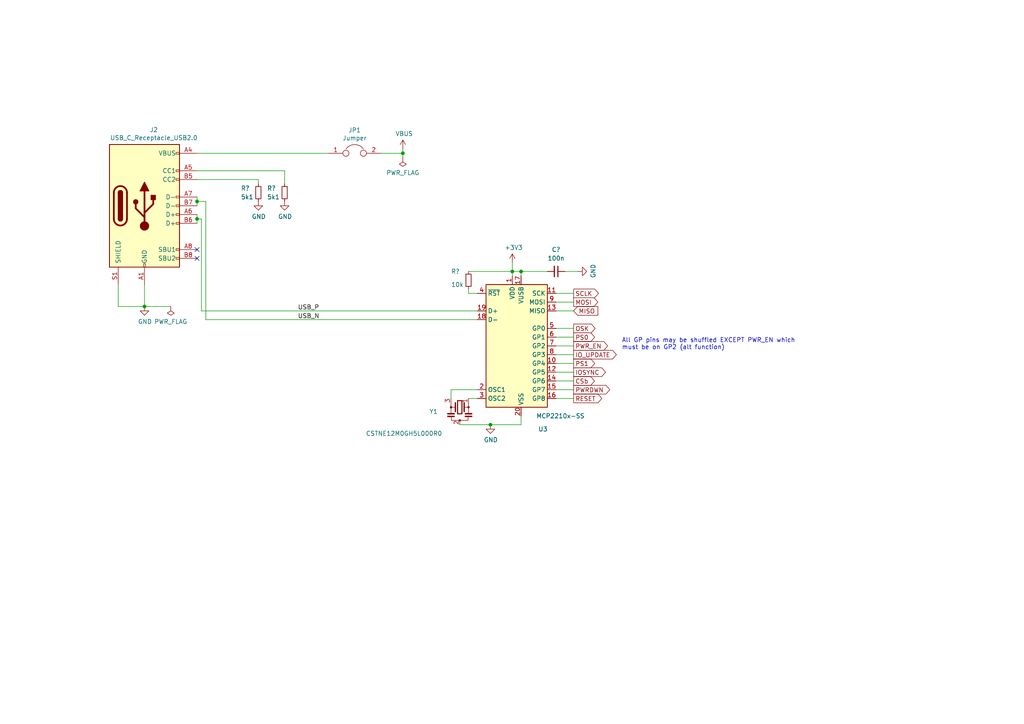
<source format=kicad_sch>
(kicad_sch (version 20230121) (generator eeschema)
  (paper "A4")
  (lib_symbols
    (symbol "Connector:USB_C_Receptacle_USB2.0" (pin_names (offset 1.016))
      (property "Reference" "J" (at -10.16 19.05 0))
      (property "Value" "USB_C_Receptacle_USB2.0" (at 19.05 19.05 0))
      (symbol "USB_C_Receptacle_USB2.0_0_0"
        (rectangle (start -0.254 -17.78) (end 0.254 -16.764))
        (rectangle (start 10.16 -14.986) (end 9.144 -15.494))
        (rectangle (start 10.16 -12.446) (end 9.144 -12.954))
        (rectangle (start 10.16 -4.826) (end 9.144 -5.334))
        (rectangle (start 10.16 -2.286) (end 9.144 -2.794))
        (rectangle (start 10.16 0.254) (end 9.144 -0.254))
        (rectangle (start 10.16 2.794) (end 9.144 2.286))
        (rectangle (start 10.16 7.874) (end 9.144 7.366))
        (rectangle (start 10.16 10.414) (end 9.144 9.906))
        (rectangle (start 10.16 15.494) (end 9.144 14.986))
      )
      (symbol "USB_C_Receptacle_USB2.0_0_1"
        (rectangle (start -10.16 17.78) (end 10.16 -17.78) (stroke (width 0.254)) (fill (type background)))
        (arc (start -8.89 -3.81) (mid -6.985 -5.7067) (end -5.08 -3.81) (stroke (width 0.508)))
        (arc (start -7.62 -3.81) (mid -6.985 -4.4423) (end -6.35 -3.81) (stroke (width 0.254)))
        (arc (start -7.62 -3.81) (mid -6.985 -4.4423) (end -6.35 -3.81) (stroke (width 0.254)) (fill (type outline)))
        (rectangle (start -7.62 -3.81) (end -6.35 3.81) (stroke (width 0.254)) (fill (type outline)))
        (arc (start -6.35 3.81) (mid -6.985 4.4423) (end -7.62 3.81) (stroke (width 0.254)))
        (arc (start -6.35 3.81) (mid -6.985 4.4423) (end -7.62 3.81) (stroke (width 0.254)) (fill (type outline)))
        (arc (start -5.08 3.81) (mid -6.985 5.7067) (end -8.89 3.81) (stroke (width 0.508)))
        (circle (center -2.54 1.143) (radius 0.635) (stroke (width 0.254)) (fill (type outline)))
        (circle (center 0 -5.842) (radius 1.27) (fill (type outline)))
        (polyline (pts (xy -8.89 -3.81) (xy -8.89 3.81)) (stroke (width 0.508)))
        (polyline (pts (xy -5.08 3.81) (xy -5.08 -3.81)) (stroke (width 0.508)))
        (polyline (pts (xy 0 -5.842) (xy 0 4.318)) (stroke (width 0.508)))
        (polyline (pts (xy 0 -3.302) (xy -2.54 -0.762) (xy -2.54 0.508)) (stroke (width 0.508)))
        (polyline (pts (xy 0 -2.032) (xy 2.54 0.508) (xy 2.54 1.778)) (stroke (width 0.508)))
        (polyline (pts (xy -1.27 4.318) (xy 0 6.858) (xy 1.27 4.318) (xy -1.27 4.318)) (stroke (width 0.254)) (fill (type outline)))
        (rectangle (start 1.905 1.778) (end 3.175 3.048) (stroke (width 0.254)) (fill (type outline)))
      )
      (symbol "USB_C_Receptacle_USB2.0_1_1"
        (pin passive line (at 0 -22.86 90) (length 5.08) (name "GND") (number "A1"))
        (pin passive line (at 0 -22.86 90) (length 5.08) hide (name "GND") (number "A12"))
        (pin passive line (at 15.24 15.24 180) (length 5.08) (name "VBUS") (number "A4"))
        (pin bidirectional line (at 15.24 10.16 180) (length 5.08) (name "CC1") (number "A5"))
        (pin bidirectional line (at 15.24 -2.54 180) (length 5.08) (name "D+") (number "A6"))
        (pin bidirectional line (at 15.24 2.54 180) (length 5.08) (name "D-") (number "A7"))
        (pin bidirectional line (at 15.24 -12.7 180) (length 5.08) (name "SBU1") (number "A8"))
        (pin passive line (at 15.24 15.24 180) (length 5.08) hide (name "VBUS") (number "A9"))
        (pin passive line (at 0 -22.86 90) (length 5.08) hide (name "GND") (number "B1"))
        (pin passive line (at 0 -22.86 90) (length 5.08) hide (name "GND") (number "B12"))
        (pin passive line (at 15.24 15.24 180) (length 5.08) hide (name "VBUS") (number "B4"))
        (pin bidirectional line (at 15.24 7.62 180) (length 5.08) (name "CC2") (number "B5"))
        (pin bidirectional line (at 15.24 -5.08 180) (length 5.08) (name "D+") (number "B6"))
        (pin bidirectional line (at 15.24 0 180) (length 5.08) (name "D-") (number "B7"))
        (pin bidirectional line (at 15.24 -15.24 180) (length 5.08) (name "SBU2") (number "B8"))
        (pin passive line (at 15.24 15.24 180) (length 5.08) hide (name "VBUS") (number "B9"))
        (pin passive line (at -7.62 -22.86 90) (length 5.08) (name "SHIELD") (number "S1"))
      )
    )
    (symbol "Device:C_Small" (pin_numbers hide) (pin_names (offset 0.254) hide)
      (property "Reference" "C" (at 0.254 1.778 0))
      (property "Value" "C_Small" (at 0.254 -2.032 0))
      (symbol "C_Small_0_1"
        (polyline (pts (xy -1.524 -0.508) (xy 1.524 -0.508)) (stroke (width 0.3302)))
        (polyline (pts (xy -1.524 0.508) (xy 1.524 0.508)) (stroke (width 0.3048)))
      )
      (symbol "C_Small_1_1"
        (pin passive line (at 0 2.54 270) (length 2.032) (name "~") (number "1"))
        (pin passive line (at 0 -2.54 90) (length 2.032) (name "~") (number "2"))
      )
    )
    (symbol "Device:R_Small" (pin_numbers hide) (pin_names (offset 0.254) hide)
      (property "Reference" "R" (at 0.762 0.508 0))
      (property "Value" "R_Small" (at 0.762 -1.016 0))
      (symbol "R_Small_0_1"
        (rectangle (start -0.762 1.778) (end 0.762 -1.778) (stroke (width 0.2032)))
      )
      (symbol "R_Small_1_1"
        (pin passive line (at 0 2.54 270) (length 0.762) (name "~") (number "1"))
        (pin passive line (at 0 -2.54 90) (length 0.762) (name "~") (number "2"))
      )
    )
    (symbol "Device:Resonator_Small" (pin_names (offset 1.016) hide)
      (property "Reference" "Y" (at 3.175 1.905 0))
      (property "Value" "Resonator_Small" (at 3.175 0 0))
      (symbol "Resonator_Small_0_1"
        (rectangle (start -3.556 -2.54) (end -1.524 -2.794) (fill (type outline)))
        (rectangle (start -3.556 -1.778) (end -1.524 -2.032) (fill (type outline)))
        (circle (center -2.54 0) (radius 0.254) (fill (type outline)))
        (rectangle (start -0.635 1.905) (end 0.635 -1.905) (stroke (width 0.3048)))
        (circle (center 0 -3.81) (radius 0.254) (fill (type outline)))
        (polyline (pts (xy -2.54 -1.778) (xy -2.54 0)))
        (polyline (pts (xy -2.54 0) (xy -1.397 0)))
        (polyline (pts (xy -2.54 1.27) (xy -2.54 0)))
        (polyline (pts (xy -1.27 -1.27) (xy -1.27 1.27)) (stroke (width 0.381)))
        (polyline (pts (xy 1.27 -1.27) (xy 1.27 1.27)) (stroke (width 0.381)))
        (polyline (pts (xy 1.27 0) (xy 2.54 0)))
        (polyline (pts (xy 2.54 0) (xy 2.54 -1.778)))
        (polyline (pts (xy 2.54 1.27) (xy 2.54 0)))
        (polyline (pts (xy 2.413 -2.794) (xy 2.413 -3.81) (xy -2.413 -3.81) (xy -2.413 -2.667)))
        (rectangle (start 1.524 -2.54) (end 3.556 -2.794) (fill (type outline)))
        (rectangle (start 1.524 -1.778) (end 3.556 -2.032) (fill (type outline)))
        (circle (center 2.54 0) (radius 0.254) (fill (type outline)))
      )
      (symbol "Resonator_Small_1_1"
        (pin passive line (at -2.54 2.54 270) (length 1.27) (name "1") (number "1"))
        (pin passive line (at 0 -5.08 90) (length 1.27) (name "2") (number "2"))
        (pin passive line (at 2.54 2.54 270) (length 1.27) (name "3") (number "3"))
      )
    )
    (symbol "Interface_USB:MCP2210x-SS"
      (property "Reference" "U" (at -10.16 19.05 0))
      (property "Value" "MCP2210x-SS" (at 10.16 19.05 0))
      (symbol "MCP2210x-SS_0_1"
        (rectangle (start -10.16 17.78) (end 7.62 -17.78) (stroke (width 0.254)) (fill (type background)))
      )
      (symbol "MCP2210x-SS_1_1"
        (pin power_in line (at -2.54 20.32 270) (length 2.54) (name "VDD") (number "1"))
        (pin bidirectional line (at 10.16 -5.08 180) (length 2.54) (name "GP4") (number "10"))
        (pin output line (at 10.16 15.24 180) (length 2.54) (name "SCK") (number "11"))
        (pin bidirectional line (at 10.16 -7.62 180) (length 2.54) (name "GP5") (number "12"))
        (pin input line (at 10.16 10.16 180) (length 2.54) (name "MISO") (number "13"))
        (pin bidirectional line (at 10.16 -10.16 180) (length 2.54) (name "GP6") (number "14"))
        (pin bidirectional line (at 10.16 -12.7 180) (length 2.54) (name "GP7") (number "15"))
        (pin bidirectional line (at 10.16 -15.24 180) (length 2.54) (name "GP8") (number "16"))
        (pin passive line (at 0 20.32 270) (length 2.54) (name "VUSB") (number "17"))
        (pin bidirectional line (at -12.7 7.62 0) (length 2.54) (name "D-") (number "18"))
        (pin bidirectional line (at -12.7 10.16 0) (length 2.54) (name "D+") (number "19"))
        (pin input line (at -12.7 -12.7 0) (length 2.54) (name "OSC1") (number "2"))
        (pin power_in line (at 0 -20.32 90) (length 2.54) (name "VSS") (number "20"))
        (pin output line (at -12.7 -15.24 0) (length 2.54) (name "OSC2") (number "3"))
        (pin input line (at -12.7 15.24 0) (length 2.54) (name "~{RST}") (number "4"))
        (pin bidirectional line (at 10.16 5.08 180) (length 2.54) (name "GP0") (number "5"))
        (pin bidirectional line (at 10.16 2.54 180) (length 2.54) (name "GP1") (number "6"))
        (pin bidirectional line (at 10.16 0 180) (length 2.54) (name "GP2") (number "7"))
        (pin bidirectional line (at 10.16 -2.54 180) (length 2.54) (name "GP3") (number "8"))
        (pin output line (at 10.16 12.7 180) (length 2.54) (name "MOSI") (number "9"))
      )
    )
    (symbol "power:+3V3" (power) (pin_names (offset 0))
      (property "Value" "+3V3" (at 0 3.556 0))
      (symbol "+3V3_0_1"
        (polyline (pts (xy -0.762 1.27) (xy 0 2.54)))
        (polyline (pts (xy 0 0) (xy 0 2.54)))
        (polyline (pts (xy 0 2.54) (xy 0.762 1.27)))
      )
      (symbol "+3V3_1_1"
        (pin power_in line (at 0 0 90) (length 0) hide (name "+3V3") (number "1"))
      )
    )
    (symbol "power:GND" (power) (pin_names (offset 0))
      (property "Value" "GND" (at 0 -3.81 0))
      (symbol "GND_0_1"
        (polyline (pts (xy 0 0) (xy 0 -1.27) (xy 1.27 -1.27) (xy 0 -2.54) (xy -1.27 -1.27) (xy 0 -1.27)))
      )
      (symbol "GND_1_1"
        (pin power_in line (at 0 0 270) (length 0) hide (name "GND") (number "1"))
      )
    )
    (symbol "power:PWR_FLAG" (power) (pin_numbers hide) (pin_names (offset 0) hide)
      (property "Value" "PWR_FLAG" (at 0 3.81 0))
      (symbol "PWR_FLAG_0_0"
        (pin power_out line (at 0 0 90) (length 0) (name "pwr") (number "1"))
      )
      (symbol "PWR_FLAG_0_1"
        (polyline (pts (xy 0 0) (xy 0 1.27) (xy -1.016 1.905) (xy 0 2.54) (xy 1.016 1.905) (xy 0 1.27)))
      )
    )
    (symbol "power:VBUS" (power) (pin_names (offset 0))
      (property "Value" "VBUS" (at 0 3.81 0))
      (symbol "VBUS_0_1"
        (polyline (pts (xy -0.762 1.27) (xy 0 2.54)))
        (polyline (pts (xy 0 0) (xy 0 2.54)))
        (polyline (pts (xy 0 2.54) (xy 0.762 1.27)))
      )
      (symbol "VBUS_1_1"
        (pin power_in line (at 0 0 90) (length 0) hide (name "VBUS") (number "1"))
      )
    )
    (symbol "siggen-rescue:Jumper-Device" (pin_names (offset 0.762) hide)
      (property "Reference" "JP" (at 0 3.81 0))
      (property "Value" "Device_Jumper" (at 0 -2.032 0))
      (symbol "Jumper-Device_0_1"
        (circle (center -2.54 0) (radius 0.889))
        (arc (start 2.5146 1.27) (mid 0.0078 2.5097) (end -2.4892 1.27))
        (circle (center 2.54 0) (radius 0.889))
        (pin passive line (at -7.62 0 0) (length 4.191) (name "1") (number "1"))
        (pin passive line (at 7.62 0 180) (length 4.191) (name "2") (number "2"))
      )
    )
  )
  (junction (at 116.84 44.45))
  (junction (at 142.24 123.19))
  (junction (at 57.15 58.42))
  (junction (at 57.15 63.5))
  (junction (at 41.91 88.9))
  (junction (at 148.59 78.74))
  (junction (at 151.13 78.74))
  (no_connect (at 57.15 72.39))
  (no_connect (at 57.15 74.93))
  (wire (pts (xy 34.29 88.9) (xy 34.29 82.55)))
  (wire (pts (xy 59.69 58.42) (xy 59.69 92.71)))
  (wire (pts (xy 151.13 123.19) (xy 151.13 120.65)))
  (wire (pts (xy 161.29 105.41) (xy 166.37 105.41)))
  (wire (pts (xy 57.15 49.53) (xy 82.55 49.53)))
  (wire (pts (xy 57.15 63.5) (xy 57.15 64.77)))
  (wire (pts (xy 161.29 85.09) (xy 166.37 85.09)))
  (wire (pts (xy 138.43 90.17) (xy 58.42 90.17)))
  (wire (pts (xy 130.81 115.57) (xy 130.81 113.03)))
  (wire (pts (xy 151.13 80.01) (xy 151.13 78.74)))
  (wire (pts (xy 135.89 78.74) (xy 148.59 78.74)))
  (wire (pts (xy 158.75 78.74) (xy 151.13 78.74)))
  (wire (pts (xy 41.91 88.9) (xy 34.29 88.9)))
  (wire (pts (xy 58.42 63.5) (xy 58.42 90.17)))
  (wire (pts (xy 148.59 78.74) (xy 148.59 80.01)))
  (wire (pts (xy 135.89 115.57) (xy 138.43 115.57)))
  (wire (pts (xy 74.93 53.34) (xy 74.93 52.07)))
  (wire (pts (xy 161.29 115.57) (xy 166.37 115.57)))
  (wire (pts (xy 142.24 123.19) (xy 151.13 123.19)))
  (wire (pts (xy 148.59 76.2) (xy 148.59 78.74)))
  (wire (pts (xy 116.84 44.45) (xy 116.84 43.18)))
  (wire (pts (xy 116.84 44.45) (xy 116.84 45.72)))
  (wire (pts (xy 57.15 44.45) (xy 95.25 44.45)))
  (wire (pts (xy 163.83 78.74) (xy 167.64 78.74)))
  (wire (pts (xy 161.29 107.95) (xy 166.37 107.95)))
  (wire (pts (xy 82.55 53.34) (xy 82.55 49.53)))
  (wire (pts (xy 57.15 58.42) (xy 57.15 59.69)))
  (wire (pts (xy 110.49 44.45) (xy 116.84 44.45)))
  (wire (pts (xy 57.15 63.5) (xy 58.42 63.5)))
  (wire (pts (xy 161.29 95.25) (xy 166.37 95.25)))
  (wire (pts (xy 161.29 110.49) (xy 166.37 110.49)))
  (wire (pts (xy 135.89 85.09) (xy 138.43 85.09)))
  (wire (pts (xy 133.35 123.19) (xy 142.24 123.19)))
  (wire (pts (xy 138.43 92.71) (xy 59.69 92.71)))
  (wire (pts (xy 130.81 113.03) (xy 138.43 113.03)))
  (wire (pts (xy 41.91 88.9) (xy 49.53 88.9)))
  (wire (pts (xy 161.29 87.63) (xy 166.37 87.63)))
  (wire (pts (xy 166.37 100.33) (xy 161.29 100.33)))
  (wire (pts (xy 161.29 90.17) (xy 166.37 90.17)))
  (wire (pts (xy 57.15 58.42) (xy 59.69 58.42)))
  (wire (pts (xy 57.15 57.15) (xy 57.15 58.42)))
  (wire (pts (xy 161.29 113.03) (xy 166.37 113.03)))
  (wire (pts (xy 135.89 83.82) (xy 135.89 85.09)))
  (wire (pts (xy 41.91 82.55) (xy 41.91 88.9)))
  (wire (pts (xy 161.29 102.87) (xy 166.37 102.87)))
  (wire (pts (xy 161.29 97.79) (xy 166.37 97.79)))
  (wire (pts (xy 57.15 62.23) (xy 57.15 63.5)))
  (wire (pts (xy 151.13 78.74) (xy 148.59 78.74)))
  (wire (pts (xy 57.15 52.07) (xy 74.93 52.07)))
  (text "All GP pins may be shuffled EXCEPT PWR_EN which\nmust be on GP2 (alt function)" (at 180.34 101.6 0) (effects (font (size 1.27 1.27)) (justify left bottom)))
  (label "USB_N" (at 86.36 92.71 0))
  (label "USB_P" (at 86.36 90.17 0))
  (global_label "SCLK" (shape output) (at 166.37 85.09 0) (property "Intersheetrefs" "${INTERSHEET_REFS}" (effects hide)))
  (global_label "PWRDWN" (shape output) (at 166.37 113.03 0) (property "Intersheetrefs" "${INTERSHEET_REFS}" (effects hide)))
  (global_label "PS1" (shape output) (at 166.37 105.41 0) (property "Intersheetrefs" "${INTERSHEET_REFS}" (effects hide)))
  (global_label "CSb" (shape output) (at 166.37 110.49 0) (property "Intersheetrefs" "${INTERSHEET_REFS}" (effects hide)))
  (global_label "RESET" (shape output) (at 166.37 115.57 0) (property "Intersheetrefs" "${INTERSHEET_REFS}" (effects hide)))
  (global_label "IOSYNC" (shape output) (at 166.37 107.95 0) (property "Intersheetrefs" "${INTERSHEET_REFS}" (effects hide)))
  (global_label "MISO" (shape input) (at 166.37 90.17 0) (property "Intersheetrefs" "${INTERSHEET_REFS}" (effects hide)))
  (global_label "PS0" (shape output) (at 166.37 97.79 0) (property "Intersheetrefs" "${INTERSHEET_REFS}" (effects hide)))
  (global_label "OSK" (shape output) (at 166.37 95.25 0) (property "Intersheetrefs" "${INTERSHEET_REFS}" (effects hide)))
  (global_label "PWR_EN" (shape output) (at 166.37 100.33 0) (property "Intersheetrefs" "${INTERSHEET_REFS}" (effects hide)))
  (global_label "IO_UPDATE" (shape output) (at 166.37 102.87 0) (property "Intersheetrefs" "${INTERSHEET_REFS}" (effects hide)))
  (global_label "MOSI" (shape output) (at 166.37 87.63 0) (property "Intersheetrefs" "${INTERSHEET_REFS}" (effects hide)))
  (symbol (lib_id "Device:Resonator_Small") (at 133.35 118.11 0) (mirror y) (unit 1)
    (property "Reference" "Y1" (at 127 119.38 0) (effects (justify left)))
    (property "Value" "CSTNE12M0GH5L000R0" (at 128.27 125.73 0) (effects (justify left)))
    (property "Footprint" "Crystal:Resonator_SMD_muRata_CSTxExxV-3Pin_3.0x1.1mm" (effects hide))
  )
  (symbol (lib_id "power:PWR_FLAG") (at 116.84 45.72 0) (mirror x) (unit 1)
    (property "Reference" "#FLG0101" (effects hide))
    (property "Value" "PWR_FLAG" (at 116.84 50.1142 0))
  )
  (symbol (lib_id "Device:R_Small") (at 74.93 55.88 0) (unit 1)
    (property "Reference" "R?" (at 69.85 54.61 0) (effects (justify left)))
    (property "Value" "5k1" (at 69.85 57.15 0) (effects (justify left)))
    (property "Footprint" "Resistor_SMD:R_0603_1608Metric" (effects hide))
    (instances (project "siggen" (path "" (reference "R?") (unit 1)) (path "" (reference "R12") (unit 1))))
  )
  (symbol (lib_id "Device:R_Small") (at 82.55 55.88 0) (unit 1)
    (property "Reference" "R?" (at 77.47 54.61 0) (effects (justify left)))
    (property "Value" "5k1" (at 77.47 57.15 0) (effects (justify left)))
    (property "Footprint" "Resistor_SMD:R_0603_1608Metric" (effects hide))
    (instances (project "siggen" (path "" (reference "R?") (unit 1)) (path "" (reference "R13") (unit 1))))
  )
  (symbol (lib_id "power:VBUS") (at 116.84 43.18 0) (unit 1)
    (property "Reference" "#PWR0103" (effects hide))
    (property "Value" "VBUS" (at 117.221 38.7858 0))
  )
  (symbol (lib_id "Connector:USB_C_Receptacle_USB2.0") (at 41.91 59.69 0) (unit 1)
    (property "Reference" "J2" (at 44.6278 37.6682 0))
    (property "Value" "USB_C_Receptacle_USB2.0" (at 44.6278 39.9796 0))
    (property "Footprint" "proj_footprints:USB_C_Receptacle_Molex_2171790001_16P_TopMnt_Horizontal" (effects hide))
    (property "Datasheet" "https://www.usb.org/sites/default/files/documents/usb_type-c.zip" (effects hide))
  )
  (symbol (lib_id "power:+3V3") (at 148.59 76.2 0) (unit 1)
    (property "Reference" "#PWR?" (effects hide))
    (property "Value" "+3V3" (at 148.971 71.8058 0))
    (instances (project "siggen" (path "" (reference "#PWR?") (unit 1)) (path "" (reference "#PWR?") (unit 1)) (path "" (reference "#PWR0104") (unit 1))))
  )
  (symbol (lib_id "Interface_USB:MCP2210x-SS") (at 151.13 100.33 0) (unit 1)
    (property "Reference" "U3" (at 157.48 124.46 0))
    (property "Value" "MCP2210x-SS" (at 162.56 120.65 0))
    (property "Footprint" "Package_SO:SSOP-20_5.3x7.2mm_P0.65mm" (effects hide))
    (property "Datasheet" "https://ww1.microchip.com/downloads/en/DeviceDoc/22288A.pdf" (effects hide))
  )
  (symbol (lib_id "power:GND") (at 41.91 88.9 0) (unit 1)
    (property "Reference" "#PWR?" (effects hide))
    (property "Value" "GND" (at 42.037 93.2942 0))
    (instances (project "siggen" (path "" (reference "#PWR?") (unit 1)) (path "" (reference "#PWR?") (unit 1)) (path "" (reference "#PWR0106") (unit 1))))
  )
  (symbol (lib_id "power:GND") (at 74.93 58.42 0) (unit 1)
    (property "Reference" "#PWR?" (effects hide))
    (property "Value" "GND" (at 75.057 62.8142 0))
    (instances (project "siggen" (path "" (reference "#PWR?") (unit 1)) (path "" (reference "#PWR?") (unit 1)) (path "" (reference "#PWR0107") (unit 1))))
  )
  (symbol (lib_id "power:GND") (at 82.55 58.42 0) (unit 1)
    (property "Reference" "#PWR?" (effects hide))
    (property "Value" "GND" (at 82.677 62.8142 0))
    (instances (project "siggen" (path "" (reference "#PWR?") (unit 1)) (path "" (reference "#PWR?") (unit 1)) (path "" (reference "#PWR0108") (unit 1))))
  )
  (symbol (lib_id "power:GND") (at 142.24 123.19 0) (unit 1)
    (property "Reference" "#PWR?" (effects hide))
    (property "Value" "GND" (at 142.367 127.5842 0))
    (instances (project "siggen" (path "" (reference "#PWR?") (unit 1)) (path "" (reference "#PWR?") (unit 1)) (path "" (reference "#PWR0109") (unit 1))))
  )
  (symbol (lib_id "Device:R_Small") (at 135.89 81.28 0) (unit 1)
    (property "Reference" "R?" (at 130.81 78.74 0) (effects (justify left)))
    (property "Value" "10k" (at 130.81 82.55 0) (effects (justify left)))
    (property "Footprint" "Resistor_SMD:R_0603_1608Metric" (effects hide))
    (instances (project "siggen" (path "" (reference "R?") (unit 1)) (path "" (reference "R14") (unit 1))))
  )
  (symbol (lib_id "power:PWR_FLAG") (at 49.53 88.9 0) (mirror x) (unit 1)
    (property "Reference" "#FLG0107" (effects hide))
    (property "Value" "PWR_FLAG" (at 49.53 93.2942 0))
  )
  (symbol (lib_id "siggen-rescue:Jumper-Device") (at 102.87 44.45 0) (unit 1)
    (property "Reference" "JP1" (at 102.87 37.7444 0))
    (property "Value" "Jumper" (at 102.87 40.0558 0))
    (property "Footprint" "proj_footprints:PinHeader_1x02_P1.27mm_Vertical_reduced_crtyd" (effects hide))
  )
  (symbol (lib_id "Device:C_Small") (at 161.29 78.74 270) (unit 1)
    (property "Reference" "C?" (at 161.29 72.39 90))
    (property "Value" "100n" (at 161.29 74.93 90))
    (property "Footprint" "Capacitor_SMD:C_0603_1608Metric" (effects hide))
    (instances (project "siggen" (path "" (reference "C?") (unit 1)) (path "" (reference "C?") (unit 1)) (path "" (reference "C43") (unit 1))))
  )
  (symbol (lib_id "power:GND") (at 167.64 78.74 90) (unit 1)
    (property "Reference" "#PWR?" (effects hide))
    (property "Value" "GND" (at 172.0342 78.613 0))
    (instances (project "siggen" (path "" (reference "#PWR?") (unit 1)) (path "" (reference "#PWR?") (unit 1)) (path "" (reference "#PWR028") (unit 1))))
  )
)
</source>
